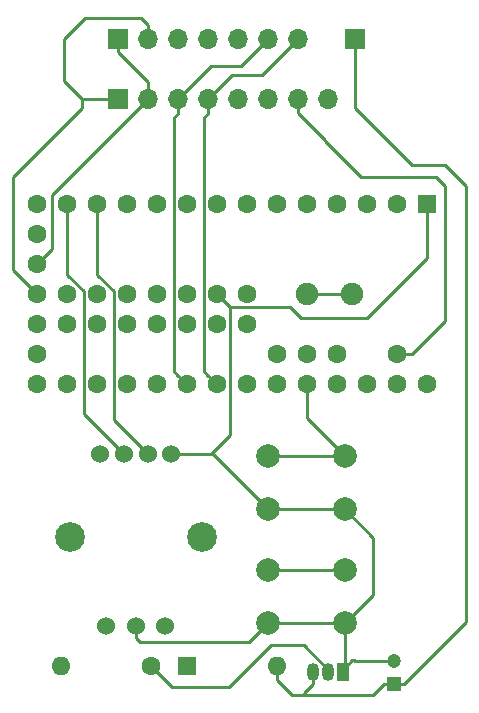
<source format=gbr>
G04 #@! TF.GenerationSoftware,KiCad,Pcbnew,5.0.2-bee76a0~70~ubuntu18.04.1*
G04 #@! TF.CreationDate,2019-01-08T11:52:29+01:00*
G04 #@! TF.ProjectId,lightmeter,6c696768-746d-4657-9465-722e6b696361,rev?*
G04 #@! TF.SameCoordinates,Original*
G04 #@! TF.FileFunction,Copper,L1,Top*
G04 #@! TF.FilePolarity,Positive*
%FSLAX46Y46*%
G04 Gerber Fmt 4.6, Leading zero omitted, Abs format (unit mm)*
G04 Created by KiCad (PCBNEW 5.0.2-bee76a0~70~ubuntu18.04.1) date mar. 08 janv. 2019 11:52:29 CET*
%MOMM*%
%LPD*%
G01*
G04 APERTURE LIST*
G04 #@! TA.AperFunction,ComponentPad*
%ADD10R,1.200000X1.200000*%
G04 #@! TD*
G04 #@! TA.AperFunction,ComponentPad*
%ADD11C,1.200000*%
G04 #@! TD*
G04 #@! TA.AperFunction,ComponentPad*
%ADD12R,1.600000X1.600000*%
G04 #@! TD*
G04 #@! TA.AperFunction,ComponentPad*
%ADD13O,1.600000X1.600000*%
G04 #@! TD*
G04 #@! TA.AperFunction,ComponentPad*
%ADD14R,1.700000X1.700000*%
G04 #@! TD*
G04 #@! TA.AperFunction,ComponentPad*
%ADD15O,1.700000X1.700000*%
G04 #@! TD*
G04 #@! TA.AperFunction,ComponentPad*
%ADD16O,1.050000X1.500000*%
G04 #@! TD*
G04 #@! TA.AperFunction,ComponentPad*
%ADD17R,1.050000X1.500000*%
G04 #@! TD*
G04 #@! TA.AperFunction,ComponentPad*
%ADD18C,1.600000*%
G04 #@! TD*
G04 #@! TA.AperFunction,ComponentPad*
%ADD19C,2.000000*%
G04 #@! TD*
G04 #@! TA.AperFunction,ComponentPad*
%ADD20C,1.900000*%
G04 #@! TD*
G04 #@! TA.AperFunction,ComponentPad*
%ADD21C,1.524000*%
G04 #@! TD*
G04 #@! TA.AperFunction,ComponentPad*
%ADD22C,2.524000*%
G04 #@! TD*
G04 #@! TA.AperFunction,Conductor*
%ADD23C,0.250000*%
G04 #@! TD*
G04 APERTURE END LIST*
D10*
G04 #@! TO.P,C1,1*
G04 #@! TO.N,Net-(C1-Pad1)*
X63500000Y-70104000D03*
D11*
G04 #@! TO.P,C1,2*
G04 #@! TO.N,GND*
X63500000Y-68104000D03*
G04 #@! TD*
D12*
G04 #@! TO.P,D3,1*
G04 #@! TO.N,Net-(D3-Pad1)*
X45974000Y-68580000D03*
D13*
G04 #@! TO.P,D3,2*
G04 #@! TO.N,Net-(C1-Pad1)*
X53594000Y-68580000D03*
G04 #@! TD*
D14*
G04 #@! TO.P,J2,1*
G04 #@! TO.N,Vpu*
X40132000Y-15494000D03*
D15*
G04 #@! TO.P,J2,2*
G04 #@! TO.N,GND*
X42672000Y-15494000D03*
G04 #@! TO.P,J2,3*
G04 #@! TO.N,N/C*
X45212000Y-15494000D03*
G04 #@! TO.P,J2,4*
X47752000Y-15494000D03*
G04 #@! TO.P,J2,5*
X50292000Y-15494000D03*
G04 #@! TO.P,J2,6*
G04 #@! TO.N,SDA*
X52832000Y-15494000D03*
G04 #@! TO.P,J2,7*
G04 #@! TO.N,SCL*
X55372000Y-15494000D03*
G04 #@! TD*
D14*
G04 #@! TO.P,J3,1*
G04 #@! TO.N,GND*
X40132000Y-20574000D03*
D15*
G04 #@! TO.P,J3,2*
G04 #@! TO.N,Vpu*
X42672000Y-20574000D03*
G04 #@! TO.P,J3,3*
G04 #@! TO.N,SDA*
X45212000Y-20574000D03*
G04 #@! TO.P,J3,4*
G04 #@! TO.N,SCL*
X47752000Y-20574000D03*
G04 #@! TO.P,J3,5*
G04 #@! TO.N,N/C*
X50292000Y-20574000D03*
G04 #@! TO.P,J3,6*
X52832000Y-20574000D03*
G04 #@! TO.P,J3,7*
G04 #@! TO.N,/VOUT+*
X55372000Y-20574000D03*
G04 #@! TO.P,J3,8*
G04 #@! TO.N,N/C*
X57912000Y-20574000D03*
G04 #@! TD*
D14*
G04 #@! TO.P,J4,1*
G04 #@! TO.N,Net-(C1-Pad1)*
X60198000Y-15494000D03*
G04 #@! TD*
D16*
G04 #@! TO.P,Q1,2*
G04 #@! TO.N,Net-(Q1-Pad2)*
X57912000Y-69088000D03*
G04 #@! TO.P,Q1,3*
G04 #@! TO.N,Net-(C1-Pad1)*
X56642000Y-69088000D03*
D17*
G04 #@! TO.P,Q1,1*
G04 #@! TO.N,GND*
X59182000Y-69088000D03*
G04 #@! TD*
D18*
G04 #@! TO.P,R1,1*
G04 #@! TO.N,Net-(Q1-Pad2)*
X42926000Y-68580000D03*
D13*
G04 #@! TO.P,R1,2*
G04 #@! TO.N,PWROFF*
X35306000Y-68580000D03*
G04 #@! TD*
D19*
G04 #@! TO.P,SW2,2*
G04 #@! TO.N,GND*
X52832000Y-64952000D03*
G04 #@! TO.P,SW2,1*
G04 #@! TO.N,Net-(SW2-Pad1)*
X52832000Y-60452000D03*
G04 #@! TO.P,SW2,2*
G04 #@! TO.N,GND*
X59332000Y-64952000D03*
G04 #@! TO.P,SW2,1*
G04 #@! TO.N,Net-(SW2-Pad1)*
X59332000Y-60452000D03*
G04 #@! TD*
G04 #@! TO.P,SW3,1*
G04 #@! TO.N,Net-(D3-Pad1)*
X59332000Y-50800000D03*
G04 #@! TO.P,SW3,2*
G04 #@! TO.N,GND*
X59332000Y-55300000D03*
G04 #@! TO.P,SW3,1*
G04 #@! TO.N,Net-(D3-Pad1)*
X52832000Y-50800000D03*
G04 #@! TO.P,SW3,2*
G04 #@! TO.N,GND*
X52832000Y-55300000D03*
G04 #@! TD*
D18*
G04 #@! TO.P,U1,17*
G04 #@! TO.N,GND*
X33274000Y-37084000D03*
G04 #@! TO.P,U1,18*
G04 #@! TO.N,N/C*
X33274000Y-39624000D03*
G04 #@! TO.P,U1,19*
X33274000Y-42164000D03*
G04 #@! TO.P,U1,20*
X33274000Y-44704000D03*
G04 #@! TO.P,U1,16*
G04 #@! TO.N,Vpu*
X33274000Y-34544000D03*
G04 #@! TO.P,U1,15*
G04 #@! TO.N,N/C*
X33274000Y-32004000D03*
G04 #@! TO.P,U1,14*
X33274000Y-29464000D03*
G04 #@! TO.P,U1,21*
X35814000Y-44704000D03*
G04 #@! TO.P,U1,22*
X38354000Y-44704000D03*
G04 #@! TO.P,U1,23*
G04 #@! TO.N,PWROFF*
X40894000Y-44704000D03*
G04 #@! TO.P,U1,24*
G04 #@! TO.N,N/C*
X43434000Y-44704000D03*
G04 #@! TO.P,U1,25*
G04 #@! TO.N,SDA*
X45974000Y-44704000D03*
G04 #@! TO.P,U1,26*
G04 #@! TO.N,SCL*
X48514000Y-44704000D03*
G04 #@! TO.P,U1,27*
G04 #@! TO.N,N/C*
X51054000Y-44704000D03*
G04 #@! TO.P,U1,28*
X53594000Y-44704000D03*
G04 #@! TO.P,U1,29*
G04 #@! TO.N,Net-(D3-Pad1)*
X56134000Y-44704000D03*
G04 #@! TO.P,U1,30*
G04 #@! TO.N,Net-(SW2-Pad1)*
X58674000Y-44704000D03*
G04 #@! TO.P,U1,31*
G04 #@! TO.N,N/C*
X61214000Y-44704000D03*
G04 #@! TO.P,U1,32*
X63754000Y-44704000D03*
G04 #@! TO.P,U1,33*
X66294000Y-44704000D03*
G04 #@! TO.P,U1,34*
G04 #@! TO.N,/VOUT+*
X63754000Y-42164000D03*
G04 #@! TO.P,U1,35*
G04 #@! TO.N,N/C*
X58674000Y-42164000D03*
G04 #@! TO.P,U1,36*
X56134000Y-42164000D03*
G04 #@! TO.P,U1,37*
X53594000Y-42164000D03*
G04 #@! TO.P,U1,13*
G04 #@! TO.N,LED_G*
X35814000Y-29464000D03*
G04 #@! TO.P,U1,12*
G04 #@! TO.N,LED_R*
X38354000Y-29464000D03*
G04 #@! TO.P,U1,11*
G04 #@! TO.N,Net-(U1-Pad11)*
X40894000Y-29464000D03*
G04 #@! TO.P,U1,10*
G04 #@! TO.N,Net-(U1-Pad10)*
X43434000Y-29464000D03*
G04 #@! TO.P,U1,9*
G04 #@! TO.N,N/C*
X45974000Y-29464000D03*
G04 #@! TO.P,U1,8*
X48514000Y-29464000D03*
G04 #@! TO.P,U1,7*
X51054000Y-29464000D03*
G04 #@! TO.P,U1,6*
G04 #@! TO.N,SW_ROT*
X53594000Y-29464000D03*
G04 #@! TO.P,U1,5*
G04 #@! TO.N,N/C*
X56134000Y-29464000D03*
G04 #@! TO.P,U1,4*
X58674000Y-29464000D03*
G04 #@! TO.P,U1,3*
X61214000Y-29464000D03*
G04 #@! TO.P,U1,2*
X63754000Y-29464000D03*
D12*
G04 #@! TO.P,U1,1*
G04 #@! TO.N,GND*
X66294000Y-29464000D03*
D18*
G04 #@! TO.P,U1,38*
G04 #@! TO.N,N/C*
X51054000Y-37084000D03*
G04 #@! TO.P,U1,39*
G04 #@! TO.N,GND*
X48514000Y-37084000D03*
G04 #@! TO.P,U1,40*
G04 #@! TO.N,N/C*
X45974000Y-37084000D03*
G04 #@! TO.P,U1,41*
X43434000Y-37084000D03*
G04 #@! TO.P,U1,42*
X40894000Y-37084000D03*
G04 #@! TO.P,U1,43*
X38354000Y-37084000D03*
G04 #@! TO.P,U1,44*
X35814000Y-37084000D03*
G04 #@! TO.P,U1,45*
X35814000Y-39624000D03*
G04 #@! TO.P,U1,46*
X38354000Y-39624000D03*
G04 #@! TO.P,U1,47*
X40894000Y-39624000D03*
G04 #@! TO.P,U1,48*
X43434000Y-39624000D03*
G04 #@! TO.P,U1,49*
X45974000Y-39624000D03*
G04 #@! TO.P,U1,50*
X48514000Y-39624000D03*
G04 #@! TO.P,U1,51*
X51054000Y-39624000D03*
D20*
G04 #@! TO.P,U1,52*
G04 #@! TO.N,Net-(U1-Pad52)*
X56134000Y-37084000D03*
X59944000Y-37084000D03*
G04 #@! TD*
D21*
G04 #@! TO.P,U2,1*
G04 #@! TO.N,GND*
X44656000Y-50658000D03*
G04 #@! TO.P,U2,2*
G04 #@! TO.N,LED_R*
X42656000Y-50658000D03*
G04 #@! TO.P,U2,3*
G04 #@! TO.N,LED_G*
X40656000Y-50658000D03*
G04 #@! TO.P,U2,4*
G04 #@! TO.N,SW_ROT*
X38656000Y-50658000D03*
G04 #@! TO.P,U2,5*
G04 #@! TO.N,Net-(U1-Pad10)*
X39156000Y-65158000D03*
G04 #@! TO.P,U2,6*
G04 #@! TO.N,GND*
X41656000Y-65158000D03*
G04 #@! TO.P,U2,7*
G04 #@! TO.N,Net-(U1-Pad11)*
X44156000Y-65158000D03*
D22*
G04 #@! TO.P,U2,*
G04 #@! TO.N,*
X47256000Y-57658000D03*
X36056000Y-57658000D03*
G04 #@! TD*
D23*
G04 #@! TO.N,Net-(C1-Pad1)*
X53594000Y-69711370D02*
X54864000Y-70981370D01*
X53594000Y-68580000D02*
X53594000Y-69711370D01*
X62650000Y-70104000D02*
X63500000Y-70104000D01*
X61772630Y-70981370D02*
X62650000Y-70104000D01*
X55880000Y-70850000D02*
X55880000Y-70981370D01*
X56642000Y-70088000D02*
X55880000Y-70850000D01*
X56642000Y-69088000D02*
X56642000Y-70088000D01*
X54864000Y-70981370D02*
X55880000Y-70981370D01*
X55880000Y-70981370D02*
X61772630Y-70981370D01*
X64350000Y-70104000D02*
X63500000Y-70104000D01*
X60198000Y-15494000D02*
X60198000Y-21336000D01*
X60198000Y-21336000D02*
X65024000Y-26162000D01*
X65024000Y-26162000D02*
X67818000Y-26162000D01*
X67818000Y-26162000D02*
X69596000Y-27940000D01*
X69596000Y-27940000D02*
X69596000Y-64858000D01*
X69596000Y-64858000D02*
X64350000Y-70104000D01*
G04 #@! TO.N,GND*
X54246213Y-55300000D02*
X59332000Y-55300000D01*
X52832000Y-55300000D02*
X54246213Y-55300000D01*
X52832000Y-55300000D02*
X48190000Y-50658000D01*
X52832000Y-64952000D02*
X59332000Y-64952000D01*
X59332000Y-68938000D02*
X59182000Y-69088000D01*
X59332000Y-64952000D02*
X59332000Y-68938000D01*
X59182000Y-68863000D02*
X59182000Y-69088000D01*
X60150000Y-68088000D02*
X59957000Y-68088000D01*
X59957000Y-68088000D02*
X59182000Y-68863000D01*
X60166000Y-68104000D02*
X60150000Y-68088000D01*
X63500000Y-68104000D02*
X60166000Y-68104000D01*
X41656000Y-66235630D02*
X41968370Y-66548000D01*
X41656000Y-65158000D02*
X41656000Y-66235630D01*
X51236000Y-66548000D02*
X52832000Y-64952000D01*
X41968370Y-66548000D02*
X51236000Y-66548000D01*
X49639001Y-38209001D02*
X49639001Y-49024999D01*
X48514000Y-37084000D02*
X49639001Y-38209001D01*
X48190000Y-50658000D02*
X48006000Y-50658000D01*
X49639001Y-49024999D02*
X48006000Y-50658000D01*
X48006000Y-50658000D02*
X44656000Y-50658000D01*
X66294000Y-34036000D02*
X66294000Y-29464000D01*
X61214000Y-39116000D02*
X66294000Y-34036000D01*
X55626000Y-39116000D02*
X61214000Y-39116000D01*
X49639001Y-38209001D02*
X54719001Y-38209001D01*
X54719001Y-38209001D02*
X55626000Y-39116000D01*
X37084000Y-20574000D02*
X40132000Y-20574000D01*
X42672000Y-14291919D02*
X42096081Y-13716000D01*
X37338000Y-13716000D02*
X35560000Y-15494000D01*
X42096081Y-13716000D02*
X37338000Y-13716000D01*
X42672000Y-15494000D02*
X42672000Y-14291919D01*
X35560000Y-15494000D02*
X35560000Y-19050000D01*
X35560000Y-19050000D02*
X37084000Y-20574000D01*
X59332000Y-55300000D02*
X61722000Y-57690000D01*
X61722000Y-62562000D02*
X59332000Y-64952000D01*
X61722000Y-57690000D02*
X61722000Y-62562000D01*
X31242000Y-35052000D02*
X31496000Y-35306000D01*
X31242000Y-27178000D02*
X31242000Y-35052000D01*
X37084000Y-21336000D02*
X31242000Y-27178000D01*
X31496000Y-35306000D02*
X33274000Y-37084000D01*
X37084000Y-20574000D02*
X37084000Y-21336000D01*
G04 #@! TO.N,Net-(D3-Pad1)*
X56134000Y-47602000D02*
X59332000Y-50800000D01*
X56134000Y-44704000D02*
X56134000Y-47602000D01*
X52832000Y-50800000D02*
X59332000Y-50800000D01*
G04 #@! TO.N,Vpu*
X42672000Y-19134000D02*
X42672000Y-20574000D01*
X40132000Y-15494000D02*
X40132000Y-16594000D01*
X40132000Y-16594000D02*
X42672000Y-19134000D01*
X42672000Y-20574000D02*
X34544000Y-28702000D01*
X34544000Y-33274000D02*
X33274000Y-34544000D01*
X34544000Y-28702000D02*
X34544000Y-33274000D01*
G04 #@! TO.N,SDA*
X45212000Y-20574000D02*
X48006000Y-17780000D01*
X50546000Y-17780000D02*
X52832000Y-15494000D01*
X48006000Y-17780000D02*
X50546000Y-17780000D01*
X45174001Y-43904001D02*
X45974000Y-44704000D01*
X44848999Y-43578999D02*
X45174001Y-43904001D01*
X44848999Y-22139082D02*
X44848999Y-43578999D01*
X45212000Y-21776081D02*
X44848999Y-22139082D01*
X45212000Y-20574000D02*
X45212000Y-21776081D01*
G04 #@! TO.N,SCL*
X47752000Y-20574000D02*
X49784000Y-18542000D01*
X52324000Y-18542000D02*
X55372000Y-15494000D01*
X49784000Y-18542000D02*
X52324000Y-18542000D01*
X47714001Y-43904001D02*
X48514000Y-44704000D01*
X47388999Y-43578999D02*
X47714001Y-43904001D01*
X47388999Y-22139082D02*
X47388999Y-43578999D01*
X47752000Y-21776081D02*
X47388999Y-22139082D01*
X47752000Y-20574000D02*
X47752000Y-21776081D01*
G04 #@! TO.N,/VOUT+*
X55372000Y-21776081D02*
X57658000Y-24062081D01*
X55372000Y-20574000D02*
X55372000Y-21776081D01*
X57658000Y-24062081D02*
X57658000Y-24130000D01*
X57658000Y-24130000D02*
X60706000Y-27178000D01*
X60706000Y-27178000D02*
X67056000Y-27178000D01*
X67056000Y-27178000D02*
X67818000Y-27940000D01*
X67818000Y-27940000D02*
X67818000Y-39370000D01*
X65024000Y-42164000D02*
X63754000Y-42164000D01*
X67818000Y-39370000D02*
X65024000Y-42164000D01*
G04 #@! TO.N,Net-(Q1-Pad2)*
X42926000Y-68580000D02*
X44704000Y-70358000D01*
X44704000Y-70358000D02*
X49530000Y-70358000D01*
X49530000Y-70358000D02*
X53086000Y-66802000D01*
X57912000Y-68863000D02*
X57912000Y-69088000D01*
X55851000Y-66802000D02*
X57912000Y-68863000D01*
X53086000Y-66802000D02*
X55851000Y-66802000D01*
G04 #@! TO.N,Net-(SW2-Pad1)*
X52832000Y-60452000D02*
X59332000Y-60452000D01*
G04 #@! TO.N,LED_G*
X37228999Y-36833997D02*
X37228999Y-47230999D01*
X35814000Y-35418998D02*
X37228999Y-36833997D01*
X39894001Y-49896001D02*
X40656000Y-50658000D01*
X37228999Y-47230999D02*
X39894001Y-49896001D01*
X35814000Y-29464000D02*
X35814000Y-35418998D01*
G04 #@! TO.N,LED_R*
X39768999Y-47770999D02*
X42656000Y-50658000D01*
X39768999Y-36833997D02*
X39768999Y-47770999D01*
X38354000Y-29464000D02*
X38354000Y-35418998D01*
X38354000Y-35418998D02*
X39768999Y-36833997D01*
G04 #@! TO.N,Net-(U1-Pad52)*
X56134000Y-37084000D02*
X59944000Y-37084000D01*
G04 #@! TD*
M02*

</source>
